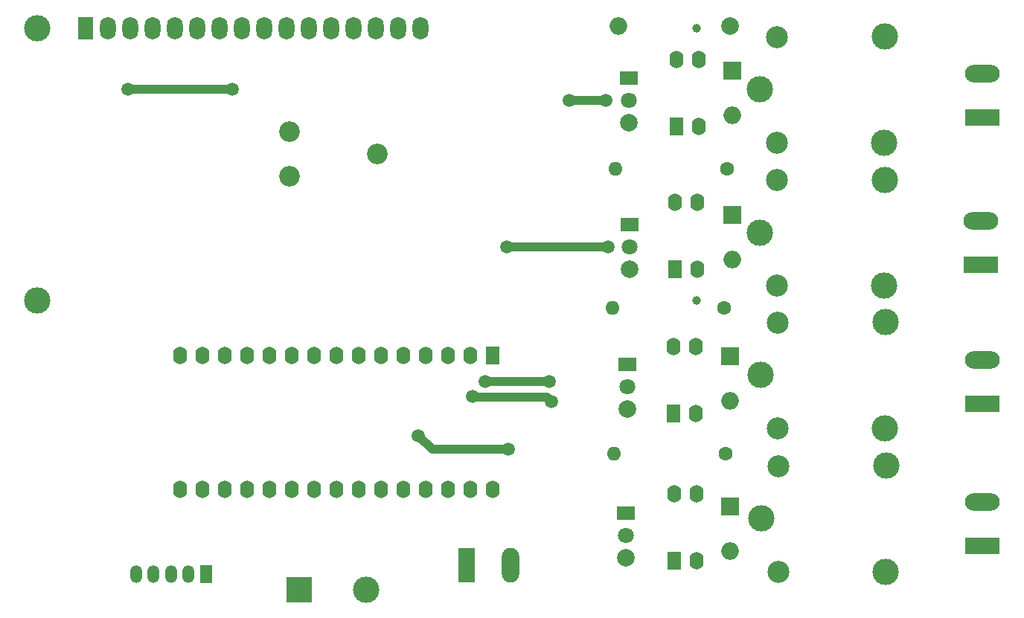
<source format=gbr>
%TF.GenerationSoftware,KiCad,Pcbnew,(5.1.6)-1*%
%TF.CreationDate,2021-01-31T10:28:18+01:00*%
%TF.ProjectId,lcd timer with arduino,6c636420-7469-46d6-9572-207769746820,rev?*%
%TF.SameCoordinates,Original*%
%TF.FileFunction,Copper,L1,Top*%
%TF.FilePolarity,Positive*%
%FSLAX46Y46*%
G04 Gerber Fmt 4.6, Leading zero omitted, Abs format (unit mm)*
G04 Created by KiCad (PCBNEW (5.1.6)-1) date 2021-01-31 10:28:18*
%MOMM*%
%LPD*%
G01*
G04 APERTURE LIST*
%TA.AperFunction,ComponentPad*%
%ADD10O,1.350000X2.000000*%
%TD*%
%TA.AperFunction,ComponentPad*%
%ADD11R,1.350000X2.000000*%
%TD*%
%TA.AperFunction,ComponentPad*%
%ADD12O,2.000000X2.000000*%
%TD*%
%TA.AperFunction,ComponentPad*%
%ADD13R,2.000000X2.000000*%
%TD*%
%TA.AperFunction,ComponentPad*%
%ADD14C,3.000000*%
%TD*%
%TA.AperFunction,ComponentPad*%
%ADD15R,3.000000X3.000000*%
%TD*%
%TA.AperFunction,ComponentPad*%
%ADD16R,2.000000X1.500000*%
%TD*%
%TA.AperFunction,ComponentPad*%
%ADD17C,2.000000*%
%TD*%
%TA.AperFunction,ComponentPad*%
%ADD18C,1.800000*%
%TD*%
%TA.AperFunction,ComponentPad*%
%ADD19C,1.000000*%
%TD*%
%TA.AperFunction,ComponentPad*%
%ADD20O,1.800000X2.600000*%
%TD*%
%TA.AperFunction,ComponentPad*%
%ADD21R,1.800000X2.600000*%
%TD*%
%TA.AperFunction,ComponentPad*%
%ADD22O,1.600000X1.600000*%
%TD*%
%TA.AperFunction,ComponentPad*%
%ADD23C,1.600000*%
%TD*%
%TA.AperFunction,ComponentPad*%
%ADD24O,1.600000X2.000000*%
%TD*%
%TA.AperFunction,ComponentPad*%
%ADD25R,1.600000X2.000000*%
%TD*%
%TA.AperFunction,ComponentPad*%
%ADD26C,2.340000*%
%TD*%
%TA.AperFunction,ComponentPad*%
%ADD27C,2.500000*%
%TD*%
%TA.AperFunction,ComponentPad*%
%ADD28O,3.960000X1.980000*%
%TD*%
%TA.AperFunction,ComponentPad*%
%ADD29R,3.960000X1.980000*%
%TD*%
%TA.AperFunction,ComponentPad*%
%ADD30O,1.980000X3.960000*%
%TD*%
%TA.AperFunction,ComponentPad*%
%ADD31R,1.980000X3.960000*%
%TD*%
%TA.AperFunction,ViaPad*%
%ADD32C,1.500000*%
%TD*%
%TA.AperFunction,Conductor*%
%ADD33C,1.000000*%
%TD*%
G04 APERTURE END LIST*
D10*
%TO.P,J1,5*%
%TO.N,-*%
X82678000Y-80581500D03*
%TO.P,J1,4*%
%TO.N,+*%
X84678000Y-80581500D03*
%TO.P,J1,3*%
%TO.N,sw*%
X86678000Y-80581500D03*
%TO.P,J1,2*%
%TO.N,dt*%
X88678000Y-80581500D03*
D11*
%TO.P,J1,1*%
%TO.N,clk*%
X90678000Y-80581500D03*
%TD*%
D12*
%TO.P,D3,2*%
%TO.N,Net-(D3-Pad2)*%
X150558500Y-28321000D03*
D13*
%TO.P,D3,1*%
%TO.N,+*%
X150558500Y-23241000D03*
%TD*%
D14*
%TO.P,BZ1,2*%
%TO.N,-*%
X108895200Y-82397600D03*
D15*
%TO.P,BZ1,1*%
%TO.N,Net-(A1-Pad16)*%
X101295200Y-82397600D03*
%TD*%
D16*
%TO.P,Q4,1*%
%TO.N,-*%
X138430000Y-73660000D03*
D17*
%TO.P,Q4,3*%
%TO.N,Net-(Q4-Pad3)*%
X138430000Y-78740000D03*
D18*
%TO.P,Q4,2*%
%TO.N,on2*%
X138430000Y-76200000D03*
%TD*%
D16*
%TO.P,Q3,1*%
%TO.N,-*%
X138557000Y-56705500D03*
D17*
%TO.P,Q3,3*%
%TO.N,Net-(Q3-Pad3)*%
X138557000Y-61785500D03*
D18*
%TO.P,Q3,2*%
%TO.N,on1*%
X138557000Y-59245500D03*
%TD*%
D16*
%TO.P,Q2,1*%
%TO.N,-*%
X138811000Y-40767000D03*
D17*
%TO.P,Q2,3*%
%TO.N,Net-(Q2-Pad3)*%
X138811000Y-45847000D03*
D18*
%TO.P,Q2,2*%
%TO.N,on4*%
X138811000Y-43307000D03*
%TD*%
D16*
%TO.P,Q1,1*%
%TO.N,-*%
X138747500Y-24130000D03*
D17*
%TO.P,Q1,3*%
%TO.N,Net-(Q1-Pad3)*%
X138747500Y-29210000D03*
D18*
%TO.P,Q1,2*%
%TO.N,on3*%
X138747500Y-26670000D03*
%TD*%
D19*
%TO.P,DS1,*%
%TO.N,*%
X146494500Y-18415000D03*
X146493980Y-49415700D03*
D14*
X71495400Y-49415700D03*
X71495400Y-18415000D03*
D20*
%TO.P,DS1,16*%
%TO.N,-*%
X115094500Y-18415000D03*
%TO.P,DS1,15*%
%TO.N,Net-(DS1-Pad15)*%
X112554500Y-18415000D03*
%TO.P,DS1,14*%
%TO.N,D2*%
X110014500Y-18415000D03*
%TO.P,DS1,13*%
%TO.N,D3*%
X107474500Y-18415000D03*
%TO.P,DS1,12*%
%TO.N,D4*%
X104934500Y-18415000D03*
%TO.P,DS1,11*%
%TO.N,D5*%
X102394500Y-18415000D03*
%TO.P,DS1,10*%
%TO.N,Net-(DS1-Pad10)*%
X99854500Y-18415000D03*
%TO.P,DS1,9*%
%TO.N,Net-(DS1-Pad9)*%
X97314500Y-18415000D03*
%TO.P,DS1,8*%
%TO.N,Net-(DS1-Pad8)*%
X94774500Y-18415000D03*
%TO.P,DS1,7*%
%TO.N,Net-(DS1-Pad7)*%
X92234500Y-18415000D03*
%TO.P,DS1,6*%
%TO.N,D11*%
X89694500Y-18415000D03*
%TO.P,DS1,5*%
%TO.N,-*%
X87154500Y-18415000D03*
%TO.P,DS1,4*%
%TO.N,D12*%
X84614500Y-18415000D03*
%TO.P,DS1,3*%
%TO.N,-*%
X82074500Y-18415000D03*
%TO.P,DS1,2*%
%TO.N,+*%
X79534500Y-18415000D03*
D21*
%TO.P,DS1,1*%
%TO.N,-*%
X76994500Y-18415000D03*
%TD*%
D22*
%TO.P,R4,2*%
%TO.N,Net-(R4-Pad2)*%
X137033000Y-66865500D03*
D23*
%TO.P,R4,1*%
%TO.N,+*%
X149733000Y-66865500D03*
%TD*%
D22*
%TO.P,R3,2*%
%TO.N,Net-(R3-Pad2)*%
X136906000Y-50292000D03*
D23*
%TO.P,R3,1*%
%TO.N,+*%
X149606000Y-50292000D03*
%TD*%
D22*
%TO.P,R2,2*%
%TO.N,Net-(R2-Pad2)*%
X137223500Y-34417000D03*
D23*
%TO.P,R2,1*%
%TO.N,+*%
X149923500Y-34417000D03*
%TD*%
D12*
%TO.P,R1,2*%
%TO.N,Net-(R1-Pad2)*%
X137541000Y-18161000D03*
D17*
%TO.P,R1,1*%
%TO.N,+*%
X150241000Y-18161000D03*
%TD*%
D12*
%TO.P,D4,2*%
%TO.N,Net-(D4-Pad2)*%
X150495000Y-44767500D03*
D13*
%TO.P,D4,1*%
%TO.N,+*%
X150495000Y-39687500D03*
%TD*%
D12*
%TO.P,D2,2*%
%TO.N,Net-(D2-Pad2)*%
X150241000Y-77978000D03*
D13*
%TO.P,D2,1*%
%TO.N,+*%
X150241000Y-72898000D03*
%TD*%
D12*
%TO.P,D1,2*%
%TO.N,Net-(D1-Pad2)*%
X150304500Y-60833000D03*
D13*
%TO.P,D1,1*%
%TO.N,+*%
X150304500Y-55753000D03*
%TD*%
D24*
%TO.P,A1,16*%
%TO.N,Net-(A1-Pad16)*%
X87693500Y-70929500D03*
%TO.P,A1,15*%
%TO.N,D12*%
X87693500Y-55689500D03*
%TO.P,A1,30*%
%TO.N,+*%
X123253500Y-70929500D03*
%TO.P,A1,14*%
%TO.N,D11*%
X90233500Y-55689500D03*
%TO.P,A1,29*%
%TO.N,-*%
X120713500Y-70929500D03*
%TO.P,A1,13*%
%TO.N,sw*%
X92773500Y-55689500D03*
%TO.P,A1,28*%
%TO.N,Net-(A1-Pad28)*%
X118173500Y-70929500D03*
%TO.P,A1,12*%
%TO.N,dt*%
X95313500Y-55689500D03*
%TO.P,A1,27*%
%TO.N,Net-(A1-Pad27)*%
X115633500Y-70929500D03*
%TO.P,A1,11*%
%TO.N,clk*%
X97853500Y-55689500D03*
%TO.P,A1,26*%
%TO.N,Net-(A1-Pad26)*%
X113093500Y-70929500D03*
%TO.P,A1,10*%
%TO.N,on2*%
X100393500Y-55689500D03*
%TO.P,A1,25*%
%TO.N,Net-(A1-Pad25)*%
X110553500Y-70929500D03*
%TO.P,A1,9*%
%TO.N,on1*%
X102933500Y-55689500D03*
%TO.P,A1,24*%
%TO.N,Net-(A1-Pad24)*%
X108013500Y-70929500D03*
%TO.P,A1,8*%
%TO.N,D5*%
X105473500Y-55689500D03*
%TO.P,A1,23*%
%TO.N,Net-(A1-Pad23)*%
X105473500Y-70929500D03*
%TO.P,A1,7*%
%TO.N,D4*%
X108013500Y-55689500D03*
%TO.P,A1,22*%
%TO.N,Net-(A1-Pad22)*%
X102933500Y-70929500D03*
%TO.P,A1,6*%
%TO.N,D3*%
X110553500Y-55689500D03*
%TO.P,A1,21*%
%TO.N,Net-(A1-Pad21)*%
X100393500Y-70929500D03*
%TO.P,A1,5*%
%TO.N,D2*%
X113093500Y-55689500D03*
%TO.P,A1,20*%
%TO.N,on3*%
X97853500Y-70929500D03*
%TO.P,A1,4*%
%TO.N,-*%
X115633500Y-55689500D03*
%TO.P,A1,19*%
%TO.N,on4*%
X95313500Y-70929500D03*
%TO.P,A1,3*%
%TO.N,Net-(A1-Pad3)*%
X118173500Y-55689500D03*
%TO.P,A1,18*%
%TO.N,Net-(A1-Pad18)*%
X92773500Y-70929500D03*
%TO.P,A1,2*%
%TO.N,Net-(A1-Pad2)*%
X120713500Y-55689500D03*
%TO.P,A1,17*%
%TO.N,Net-(A1-Pad17)*%
X90233500Y-70929500D03*
D25*
%TO.P,A1,1*%
%TO.N,Net-(A1-Pad1)*%
X123253500Y-55689500D03*
%TD*%
D24*
%TO.P,U4,4*%
%TO.N,+*%
X143891000Y-71437500D03*
%TO.P,U4,2*%
%TO.N,Net-(Q4-Pad3)*%
X146431000Y-79057500D03*
%TO.P,U4,3*%
%TO.N,Net-(D2-Pad2)*%
X146431000Y-71437500D03*
D25*
%TO.P,U4,1*%
%TO.N,Net-(R4-Pad2)*%
X143891000Y-79057500D03*
%TD*%
D24*
%TO.P,U3,4*%
%TO.N,+*%
X143827500Y-54673500D03*
%TO.P,U3,2*%
%TO.N,Net-(Q3-Pad3)*%
X146367500Y-62293500D03*
%TO.P,U3,3*%
%TO.N,Net-(D1-Pad2)*%
X146367500Y-54673500D03*
D25*
%TO.P,U3,1*%
%TO.N,Net-(R3-Pad2)*%
X143827500Y-62293500D03*
%TD*%
D24*
%TO.P,U2,4*%
%TO.N,+*%
X144018000Y-38227000D03*
%TO.P,U2,2*%
%TO.N,Net-(Q2-Pad3)*%
X146558000Y-45847000D03*
%TO.P,U2,3*%
%TO.N,Net-(D4-Pad2)*%
X146558000Y-38227000D03*
D25*
%TO.P,U2,1*%
%TO.N,Net-(R2-Pad2)*%
X144018000Y-45847000D03*
%TD*%
D24*
%TO.P,U1,4*%
%TO.N,+*%
X144145000Y-21971000D03*
%TO.P,U1,2*%
%TO.N,Net-(Q1-Pad3)*%
X146685000Y-29591000D03*
%TO.P,U1,3*%
%TO.N,Net-(D3-Pad2)*%
X146685000Y-21971000D03*
D25*
%TO.P,U1,1*%
%TO.N,Net-(R1-Pad2)*%
X144145000Y-29591000D03*
%TD*%
D26*
%TO.P,RV1,1*%
%TO.N,+*%
X100139500Y-35242500D03*
%TO.P,RV1,2*%
%TO.N,Net-(DS1-Pad15)*%
X110139500Y-32742500D03*
%TO.P,RV1,3*%
%TO.N,Net-(RV1-Pad3)*%
X100139500Y-30242500D03*
%TD*%
D14*
%TO.P,K4,1*%
%TO.N,Net-(J4-Pad2)*%
X153860500Y-74231500D03*
D27*
%TO.P,K4,5*%
%TO.N,-*%
X155810500Y-68281500D03*
D14*
%TO.P,K4,4*%
%TO.N,Net-(K4-Pad4)*%
X168060500Y-68231500D03*
%TO.P,K4,3*%
%TO.N,Net-(J4-Pad1)*%
X168010500Y-80281500D03*
D27*
%TO.P,K4,2*%
%TO.N,Net-(D2-Pad2)*%
X155810500Y-80281500D03*
%TD*%
D14*
%TO.P,K3,1*%
%TO.N,Net-(J3-Pad2)*%
X153733500Y-57912000D03*
D27*
%TO.P,K3,5*%
%TO.N,-*%
X155683500Y-51962000D03*
D14*
%TO.P,K3,4*%
%TO.N,Net-(K3-Pad4)*%
X167933500Y-51912000D03*
%TO.P,K3,3*%
%TO.N,Net-(J3-Pad1)*%
X167883500Y-63962000D03*
D27*
%TO.P,K3,2*%
%TO.N,Net-(D1-Pad2)*%
X155683500Y-63962000D03*
%TD*%
D14*
%TO.P,K2,1*%
%TO.N,Net-(J2-Pad2)*%
X153694000Y-41687000D03*
D27*
%TO.P,K2,5*%
%TO.N,-*%
X155644000Y-35737000D03*
D14*
%TO.P,K2,4*%
%TO.N,Net-(K2-Pad4)*%
X167894000Y-35687000D03*
%TO.P,K2,3*%
%TO.N,Net-(J2-Pad1)*%
X167844000Y-47737000D03*
D27*
%TO.P,K2,2*%
%TO.N,Net-(D4-Pad2)*%
X155644000Y-47737000D03*
%TD*%
D14*
%TO.P,K1,1*%
%TO.N,Net-(K1-Pad1)*%
X153670000Y-25400000D03*
D27*
%TO.P,K1,5*%
%TO.N,-*%
X155620000Y-19450000D03*
D14*
%TO.P,K1,4*%
%TO.N,Net-(K1-Pad4)*%
X167870000Y-19400000D03*
%TO.P,K1,3*%
%TO.N,Net-(K1-Pad3)*%
X167820000Y-31450000D03*
D27*
%TO.P,K1,2*%
%TO.N,Net-(D3-Pad2)*%
X155620000Y-31450000D03*
%TD*%
D28*
%TO.P,J4,2*%
%TO.N,Net-(J4-Pad2)*%
X179006500Y-72343000D03*
D29*
%TO.P,J4,1*%
%TO.N,Net-(J4-Pad1)*%
X179006500Y-77343000D03*
%TD*%
D28*
%TO.P,J3,2*%
%TO.N,Net-(J3-Pad2)*%
X178943000Y-56214000D03*
D29*
%TO.P,J3,1*%
%TO.N,Net-(J3-Pad1)*%
X178943000Y-61214000D03*
%TD*%
D28*
%TO.P,j2,2*%
%TO.N,Net-(K1-Pad1)*%
X179006500Y-23575000D03*
D29*
%TO.P,j2,1*%
%TO.N,Net-(K1-Pad3)*%
X179006500Y-28575000D03*
%TD*%
D28*
%TO.P,J2,2*%
%TO.N,Net-(J2-Pad2)*%
X178816000Y-40339000D03*
D29*
%TO.P,J2,1*%
%TO.N,Net-(J2-Pad1)*%
X178816000Y-45339000D03*
%TD*%
D30*
%TO.P,j1,2*%
%TO.N,+*%
X125269000Y-79565500D03*
D31*
%TO.P,j1,1*%
%TO.N,-*%
X120269000Y-79565500D03*
%TD*%
D32*
%TO.N,+*%
X93662500Y-25336500D03*
X81788000Y-25336500D03*
%TO.N,-*%
X129743200Y-58623200D03*
X122428004Y-58623200D03*
%TO.N,on2*%
X125018800Y-66395600D03*
X114808000Y-64820800D03*
%TO.N,on1*%
X129946400Y-60909200D03*
X120961636Y-60319077D03*
%TO.N,on4*%
X136372600Y-43307000D03*
X124891800Y-43307000D03*
%TO.N,on3*%
X136144000Y-26670000D03*
X131978400Y-26670000D03*
%TD*%
D33*
%TO.N,+*%
X93662500Y-25336500D02*
X81788000Y-25336500D01*
%TO.N,-*%
X129743200Y-58623200D02*
X122428004Y-58623200D01*
%TO.N,on2*%
X125018800Y-66395600D02*
X116382800Y-66395600D01*
X116382800Y-66395600D02*
X114808000Y-64820800D01*
%TO.N,on1*%
X121043759Y-60401200D02*
X120961636Y-60319077D01*
X129946400Y-60909200D02*
X129438400Y-60401200D01*
X129438400Y-60401200D02*
X121043759Y-60401200D01*
%TO.N,on4*%
X136372600Y-43307000D02*
X124891800Y-43307000D01*
%TO.N,on3*%
X136144000Y-26670000D02*
X131978400Y-26670000D01*
%TD*%
M02*

</source>
